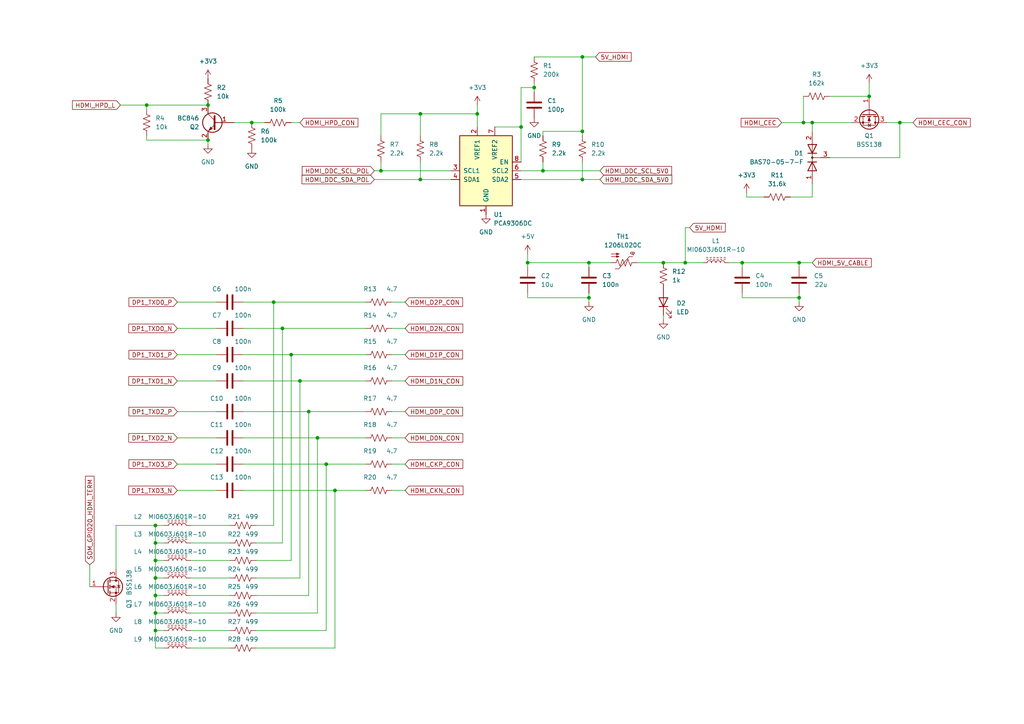
<source format=kicad_sch>
(kicad_sch (version 20230121) (generator eeschema)
  (paper "A4")
  (lib_symbols
    (symbol "Device:C" (pin_numbers hide) (pin_names (offset 0.254))
      (property "Reference" "C" (at 0.635 2.54 0))
      (property "Value" "C" (at 0.635 -2.54 0))
      (symbol "C_0_1"
        (polyline (pts (xy -2.032 -0.762) (xy 2.032 -0.762)) (stroke (width 0.508)))
        (polyline (pts (xy -2.032 0.762) (xy 2.032 0.762)) (stroke (width 0.508)))
      )
      (symbol "C_1_1"
        (pin passive line (at 0 3.81 270) (length 2.794) (name "~") (number "1"))
        (pin passive line (at 0 -3.81 90) (length 2.794) (name "~") (number "2"))
      )
    )
    (symbol "Device:LED" (pin_numbers hide) (pin_names (offset 1.016) hide)
      (property "Reference" "D" (at 0 2.54 0))
      (property "Value" "LED" (at 0 -2.54 0))
      (symbol "LED_0_1"
        (polyline (pts (xy -1.27 -1.27) (xy -1.27 1.27)) (stroke (width 0.254)))
        (polyline (pts (xy -1.27 0) (xy 1.27 0)))
        (polyline (pts (xy 1.27 -1.27) (xy 1.27 1.27) (xy -1.27 0) (xy 1.27 -1.27)) (stroke (width 0.254)))
        (polyline (pts (xy -3.048 -0.762) (xy -4.572 -2.286) (xy -3.81 -2.286) (xy -4.572 -2.286) (xy -4.572 -1.524)))
        (polyline (pts (xy -1.778 -0.762) (xy -3.302 -2.286) (xy -2.54 -2.286) (xy -3.302 -2.286) (xy -3.302 -1.524)))
      )
      (symbol "LED_1_1"
        (pin passive line (at -3.81 0 0) (length 2.54) (name "K") (number "1"))
        (pin passive line (at 3.81 0 180) (length 2.54) (name "A") (number "2"))
      )
    )
    (symbol "Device:L_Ferrite" (pin_numbers hide) (pin_names (offset 1.016) hide)
      (property "Reference" "L" (at -1.27 0 90))
      (property "Value" "L_Ferrite" (at 2.794 0 90))
      (symbol "L_Ferrite_0_1"
        (arc (start 0 -2.54) (mid 0.6323 -1.905) (end 0 -1.27))
        (arc (start 0 -1.27) (mid 0.6323 -0.635) (end 0 0))
        (polyline (pts (xy 1.016 -2.794) (xy 1.016 -2.286)))
        (polyline (pts (xy 1.016 -1.778) (xy 1.016 -1.27)))
        (polyline (pts (xy 1.016 -0.762) (xy 1.016 -0.254)))
        (polyline (pts (xy 1.016 0.254) (xy 1.016 0.762)))
        (polyline (pts (xy 1.016 1.27) (xy 1.016 1.778)))
        (polyline (pts (xy 1.016 2.286) (xy 1.016 2.794)))
        (polyline (pts (xy 1.524 -2.286) (xy 1.524 -2.794)))
        (polyline (pts (xy 1.524 -1.27) (xy 1.524 -1.778)))
        (polyline (pts (xy 1.524 -0.254) (xy 1.524 -0.762)))
        (polyline (pts (xy 1.524 0.762) (xy 1.524 0.254)))
        (polyline (pts (xy 1.524 1.778) (xy 1.524 1.27)))
        (polyline (pts (xy 1.524 2.794) (xy 1.524 2.286)))
        (arc (start 0 0) (mid 0.6323 0.635) (end 0 1.27))
        (arc (start 0 1.27) (mid 0.6323 1.905) (end 0 2.54))
      )
      (symbol "L_Ferrite_1_1"
        (pin passive line (at 0 3.81 270) (length 1.27) (name "1") (number "1"))
        (pin passive line (at 0 -3.81 90) (length 1.27) (name "2") (number "2"))
      )
    )
    (symbol "Device:R_US" (pin_numbers hide) (pin_names (offset 0))
      (property "Reference" "R" (at 2.54 0 90))
      (property "Value" "R_US" (at -2.54 0 90))
      (symbol "R_US_0_1"
        (polyline (pts (xy 0 -2.286) (xy 0 -2.54)))
        (polyline (pts (xy 0 2.286) (xy 0 2.54)))
        (polyline (pts (xy 0 -0.762) (xy 1.016 -1.143) (xy 0 -1.524) (xy -1.016 -1.905) (xy 0 -2.286)))
        (polyline (pts (xy 0 0.762) (xy 1.016 0.381) (xy 0 0) (xy -1.016 -0.381) (xy 0 -0.762)))
        (polyline (pts (xy 0 2.286) (xy 1.016 1.905) (xy 0 1.524) (xy -1.016 1.143) (xy 0 0.762)))
      )
      (symbol "R_US_1_1"
        (pin passive line (at 0 3.81 270) (length 1.27) (name "~") (number "1"))
        (pin passive line (at 0 -3.81 90) (length 1.27) (name "~") (number "2"))
      )
    )
    (symbol "Device:Thermistor_PTC_US" (pin_numbers hide) (pin_names (offset 0))
      (property "Reference" "TH" (at -4.064 0 90))
      (property "Value" "Thermistor_PTC_US" (at 3.048 0 90))
      (symbol "Thermistor_PTC_US_0_1"
        (arc (start -3.048 2.159) (mid -3.0495 2.3143) (end -3.175 2.413))
        (arc (start -3.048 2.159) (mid -2.9736 1.9794) (end -2.794 1.905))
        (arc (start -3.048 2.794) (mid -2.9736 2.6144) (end -2.794 2.54))
        (arc (start -2.794 1.905) (mid -2.6144 1.9794) (end -2.54 2.159))
        (arc (start -2.794 2.54) (mid -2.4393 2.5587) (end -2.159 2.794))
        (arc (start -2.794 3.048) (mid -2.9736 2.9736) (end -3.048 2.794))
        (arc (start -2.54 2.794) (mid -2.6144 2.9736) (end -2.794 3.048))
        (polyline (pts (xy -2.54 2.159) (xy -2.54 2.794)))
        (polyline (pts (xy 0 -2.286) (xy 0 -2.54)))
        (polyline (pts (xy 0 2.286) (xy 0 2.54)))
        (polyline (pts (xy -1.778 2.54) (xy -1.778 1.524) (xy 1.778 -1.524) (xy 1.778 -2.54)))
        (polyline (pts (xy 0 -0.762) (xy 1.016 -1.143) (xy 0 -1.524) (xy -1.016 -1.905) (xy 0 -2.286)))
        (polyline (pts (xy 0 0.762) (xy 1.016 0.381) (xy 0 0) (xy -1.016 -0.381) (xy 0 -0.762)))
        (polyline (pts (xy 0 2.286) (xy 1.016 1.905) (xy 0 1.524) (xy -1.016 1.143) (xy 0 0.762)))
        (polyline (pts (xy -2.54 -3.683) (xy -2.54 -1.397) (xy -2.794 -2.159) (xy -2.286 -2.159) (xy -2.54 -1.397) (xy -2.54 -1.651)) (fill (type outline)))
        (polyline (pts (xy -1.778 -3.683) (xy -1.778 -1.397) (xy -2.032 -2.159) (xy -1.524 -2.159) (xy -1.778 -1.397) (xy -1.778 -1.651)) (fill (type outline)))
      )
      (symbol "Thermistor_PTC_US_1_1"
        (pin passive line (at 0 3.81 270) (length 1.27) (name "~") (number "1"))
        (pin passive line (at 0 -3.81 90) (length 1.27) (name "~") (number "2"))
      )
    )
    (symbol "Diode:BAV70" (pin_names hide)
      (property "Reference" "D" (at 0.635 -2.54 0))
      (property "Value" "BAV70" (at 0 2.54 0))
      (symbol "BAV70_0_1"
        (polyline (pts (xy -3.81 0) (xy 3.81 0)))
        (polyline (pts (xy 0 0) (xy 0 -2.54)))
        (polyline (pts (xy -1.27 -1.27) (xy -1.27 1.27) (xy -1.27 1.27)) (stroke (width 0.254)))
        (polyline (pts (xy 1.27 -1.27) (xy 1.27 1.27) (xy 1.27 1.27)) (stroke (width 0.254)))
        (polyline (pts (xy -3.81 1.27) (xy -1.27 0) (xy -3.81 -1.27) (xy -3.81 1.27) (xy -3.81 1.27) (xy -3.81 1.27)) (stroke (width 0.254)))
        (polyline (pts (xy 3.81 -1.27) (xy 1.27 0) (xy 3.81 1.27) (xy 3.81 -1.27) (xy 3.81 -1.27) (xy 3.81 -1.27)) (stroke (width 0.254)))
        (circle (center 0 0) (radius 0.254) (fill (type outline)))
        (pin passive line (at -7.62 0 0) (length 3.81) (name "A") (number "1"))
        (pin passive line (at 7.62 0 180) (length 3.81) (name "A") (number "2"))
        (pin passive line (at 0 -5.08 90) (length 2.54) (name "K") (number "3"))
      )
    )
    (symbol "Interface:PCA9306DC" (pin_names (offset 1.016))
      (property "Reference" "U" (at -7.62 11.43 0))
      (property "Value" "PCA9306DC" (at 3.81 11.43 0))
      (symbol "PCA9306DC_0_1"
        (rectangle (start -7.62 10.16) (end 7.62 -10.16) (stroke (width 0.254)) (fill (type background)))
      )
      (symbol "PCA9306DC_1_1"
        (pin power_in line (at 0 -12.7 90) (length 2.54) (name "GND") (number "1"))
        (pin power_in line (at -2.54 12.7 270) (length 2.54) (name "VREF1") (number "2"))
        (pin bidirectional line (at -10.16 0 0) (length 2.54) (name "SCL1") (number "3"))
        (pin bidirectional line (at -10.16 -2.54 0) (length 2.54) (name "SDA1") (number "4"))
        (pin bidirectional line (at 10.16 -2.54 180) (length 2.54) (name "SDA2") (number "5"))
        (pin bidirectional line (at 10.16 0 180) (length 2.54) (name "SCL2") (number "6"))
        (pin power_in line (at 2.54 12.7 270) (length 2.54) (name "VREF2") (number "7"))
        (pin input line (at 10.16 2.54 180) (length 2.54) (name "EN") (number "8"))
      )
    )
    (symbol "Transistor_BJT:BC846" (pin_names (offset 0) hide)
      (property "Reference" "Q" (at 5.08 1.905 0))
      (property "Value" "BC846" (at 5.08 0 0))
      (symbol "BC846_0_1"
        (polyline (pts (xy 0.635 0.635) (xy 2.54 2.54)))
        (polyline (pts (xy 0.635 -0.635) (xy 2.54 -2.54) (xy 2.54 -2.54)))
        (polyline (pts (xy 0.635 1.905) (xy 0.635 -1.905) (xy 0.635 -1.905)) (stroke (width 0.508)))
        (polyline (pts (xy 1.27 -1.778) (xy 1.778 -1.27) (xy 2.286 -2.286) (xy 1.27 -1.778) (xy 1.27 -1.778)) (fill (type outline)))
        (circle (center 1.27 0) (radius 2.8194) (stroke (width 0.254)))
      )
      (symbol "BC846_1_1"
        (pin input line (at -5.08 0 0) (length 5.715) (name "B") (number "1"))
        (pin passive line (at 2.54 -5.08 90) (length 2.54) (name "E") (number "2"))
        (pin passive line (at 2.54 5.08 270) (length 2.54) (name "C") (number "3"))
      )
    )
    (symbol "Transistor_FET:DMN10H220L" (pin_names hide)
      (property "Reference" "Q" (at 5.08 1.905 0))
      (property "Value" "DMN10H220L" (at 5.08 0 0))
      (symbol "DMN10H220L_0_1"
        (polyline (pts (xy 0.254 0) (xy -2.54 0)))
        (polyline (pts (xy 0.254 1.905) (xy 0.254 -1.905)) (stroke (width 0.254)))
        (polyline (pts (xy 0.762 -1.27) (xy 0.762 -2.286)) (stroke (width 0.254)))
        (polyline (pts (xy 0.762 0.508) (xy 0.762 -0.508)) (stroke (width 0.254)))
        (polyline (pts (xy 0.762 2.286) (xy 0.762 1.27)) (stroke (width 0.254)))
        (polyline (pts (xy 2.54 2.54) (xy 2.54 1.778)))
        (polyline (pts (xy 2.54 -2.54) (xy 2.54 0) (xy 0.762 0)))
        (polyline (pts (xy 0.762 -1.778) (xy 3.302 -1.778) (xy 3.302 1.778) (xy 0.762 1.778)))
        (polyline (pts (xy 1.016 0) (xy 2.032 0.381) (xy 2.032 -0.381) (xy 1.016 0)) (fill (type outline)))
        (polyline (pts (xy 2.794 0.508) (xy 2.921 0.381) (xy 3.683 0.381) (xy 3.81 0.254)))
        (polyline (pts (xy 3.302 0.381) (xy 2.921 -0.254) (xy 3.683 -0.254) (xy 3.302 0.381)))
        (circle (center 1.651 0) (radius 2.794) (stroke (width 0.254)))
        (circle (center 2.54 -1.778) (radius 0.254) (fill (type outline)))
        (circle (center 2.54 1.778) (radius 0.254) (fill (type outline)))
      )
      (symbol "DMN10H220L_1_1"
        (pin input line (at -5.08 0 0) (length 2.54) (name "G") (number "1"))
        (pin passive line (at 2.54 -5.08 90) (length 2.54) (name "S") (number "2"))
        (pin passive line (at 2.54 5.08 270) (length 2.54) (name "D") (number "3"))
      )
    )
    (symbol "power:+3V3" (power) (pin_names (offset 0))
      (property "Value" "+3V3" (at 0 3.556 0))
      (symbol "+3V3_0_1"
        (polyline (pts (xy -0.762 1.27) (xy 0 2.54)))
        (polyline (pts (xy 0 0) (xy 0 2.54)))
        (polyline (pts (xy 0 2.54) (xy 0.762 1.27)))
      )
      (symbol "+3V3_1_1"
        (pin power_in line (at 0 0 90) (length 0) hide (name "+3V3") (number "1"))
      )
    )
    (symbol "power:+5V" (power) (pin_names (offset 0))
      (property "Value" "+5V" (at 0 3.556 0))
      (symbol "+5V_0_1"
        (polyline (pts (xy -0.762 1.27) (xy 0 2.54)))
        (polyline (pts (xy 0 0) (xy 0 2.54)))
        (polyline (pts (xy 0 2.54) (xy 0.762 1.27)))
      )
      (symbol "+5V_1_1"
        (pin power_in line (at 0 0 90) (length 0) hide (name "+5V") (number "1"))
      )
    )
    (symbol "power:GND" (power) (pin_names (offset 0))
      (property "Value" "GND" (at 0 -3.81 0))
      (symbol "GND_0_1"
        (polyline (pts (xy 0 0) (xy 0 -1.27) (xy 1.27 -1.27) (xy 0 -2.54) (xy -1.27 -1.27) (xy 0 -1.27)))
      )
      (symbol "GND_1_1"
        (pin power_in line (at 0 0 270) (length 0) hide (name "GND") (number "1"))
      )
    )
  )
  (junction (at 45.085 172.72))
  (junction (at 79.375 87.63))
  (junction (at 168.91 52.07))
  (junction (at 81.915 95.25))
  (junction (at 235.585 35.56))
  (junction (at 45.085 152.4))
  (junction (at 252.095 27.94))
  (junction (at 168.91 16.51))
  (junction (at 60.325 30.48))
  (junction (at 92.075 127))
  (junction (at 86.995 110.49))
  (junction (at 153.035 76.2))
  (junction (at 151.13 36.83))
  (junction (at 170.815 76.2))
  (junction (at 121.92 33.02))
  (junction (at 231.775 86.36))
  (junction (at 121.92 52.07))
  (junction (at 192.405 76.2))
  (junction (at 260.985 35.56))
  (junction (at 97.155 142.24))
  (junction (at 84.455 102.87))
  (junction (at 138.43 33.02))
  (junction (at 45.085 162.56))
  (junction (at 42.545 30.48))
  (junction (at 170.815 86.36))
  (junction (at 45.085 177.8))
  (junction (at 168.91 38.1))
  (junction (at 89.535 119.38))
  (junction (at 154.94 25.4))
  (junction (at 215.265 76.2))
  (junction (at 45.085 157.48))
  (junction (at 110.49 49.53))
  (junction (at 45.085 182.88))
  (junction (at 73.025 35.56))
  (junction (at 60.325 40.64))
  (junction (at 233.045 35.56))
  (junction (at 94.615 134.62))
  (junction (at 45.085 167.64))
  (junction (at 198.755 76.2))
  (junction (at 157.48 49.53))
  (junction (at 231.775 76.2))
  (wire (pts (xy 45.085 182.88) (xy 47.625 182.88)))
  (wire (pts (xy 113.665 142.24) (xy 117.475 142.24)))
  (wire (pts (xy 51.435 102.87) (xy 62.865 102.87)))
  (wire (pts (xy 45.085 182.88) (xy 45.085 177.8)))
  (wire (pts (xy 51.435 110.49) (xy 62.865 110.49)))
  (wire (pts (xy 170.815 76.2) (xy 153.035 76.2)))
  (wire (pts (xy 51.435 142.24) (xy 62.865 142.24)))
  (wire (pts (xy 45.085 177.8) (xy 45.085 172.72)))
  (wire (pts (xy 55.245 152.4) (xy 66.675 152.4)))
  (wire (pts (xy 121.92 33.02) (xy 138.43 33.02)))
  (wire (pts (xy 110.49 33.02) (xy 121.92 33.02)))
  (wire (pts (xy 110.49 46.99) (xy 110.49 49.53)))
  (wire (pts (xy 51.435 119.38) (xy 62.865 119.38)))
  (wire (pts (xy 260.985 35.56) (xy 257.175 35.56)))
  (wire (pts (xy 117.475 95.25) (xy 113.665 95.25)))
  (wire (pts (xy 34.925 30.48) (xy 42.545 30.48)))
  (wire (pts (xy 231.775 76.2) (xy 231.775 77.47)))
  (wire (pts (xy 252.095 24.13) (xy 252.095 27.94)))
  (wire (pts (xy 168.91 52.07) (xy 151.13 52.07)))
  (wire (pts (xy 70.485 110.49) (xy 86.995 110.49)))
  (wire (pts (xy 55.245 182.88) (xy 66.675 182.88)))
  (wire (pts (xy 70.485 95.25) (xy 81.915 95.25)))
  (wire (pts (xy 233.045 27.94) (xy 233.045 35.56)))
  (wire (pts (xy 70.485 102.87) (xy 84.455 102.87)))
  (wire (pts (xy 45.085 167.64) (xy 45.085 162.56)))
  (wire (pts (xy 70.485 119.38) (xy 89.535 119.38)))
  (wire (pts (xy 55.245 167.64) (xy 66.675 167.64)))
  (wire (pts (xy 168.91 38.1) (xy 168.91 39.37)))
  (wire (pts (xy 151.13 25.4) (xy 151.13 36.83)))
  (wire (pts (xy 157.48 49.53) (xy 151.13 49.53)))
  (wire (pts (xy 154.94 25.4) (xy 154.94 26.67)))
  (wire (pts (xy 55.245 172.72) (xy 66.675 172.72)))
  (wire (pts (xy 260.985 45.72) (xy 260.985 35.56)))
  (wire (pts (xy 51.435 87.63) (xy 62.865 87.63)))
  (wire (pts (xy 157.48 38.1) (xy 157.48 39.37)))
  (wire (pts (xy 74.295 167.64) (xy 86.995 167.64)))
  (wire (pts (xy 154.94 16.51) (xy 168.91 16.51)))
  (wire (pts (xy 73.025 35.56) (xy 76.835 35.56)))
  (wire (pts (xy 86.995 110.49) (xy 106.045 110.49)))
  (wire (pts (xy 45.085 172.72) (xy 45.085 167.64)))
  (wire (pts (xy 192.405 76.2) (xy 198.755 76.2)))
  (wire (pts (xy 51.435 134.62) (xy 62.865 134.62)))
  (wire (pts (xy 153.035 86.36) (xy 170.815 86.36)))
  (wire (pts (xy 215.265 77.47) (xy 215.265 76.2)))
  (wire (pts (xy 42.545 30.48) (xy 60.325 30.48)))
  (wire (pts (xy 231.775 86.36) (xy 231.775 87.63)))
  (wire (pts (xy 45.085 152.4) (xy 33.655 152.4)))
  (wire (pts (xy 74.295 162.56) (xy 84.455 162.56)))
  (wire (pts (xy 240.665 27.94) (xy 252.095 27.94)))
  (wire (pts (xy 154.94 24.13) (xy 154.94 25.4)))
  (wire (pts (xy 55.245 157.48) (xy 66.675 157.48)))
  (wire (pts (xy 55.245 187.96) (xy 66.675 187.96)))
  (wire (pts (xy 45.085 172.72) (xy 47.625 172.72)))
  (wire (pts (xy 26.035 163.83) (xy 26.035 170.18)))
  (wire (pts (xy 45.085 167.64) (xy 47.625 167.64)))
  (wire (pts (xy 153.035 86.36) (xy 153.035 85.09)))
  (wire (pts (xy 235.585 35.56) (xy 235.585 38.1)))
  (wire (pts (xy 117.475 119.38) (xy 113.665 119.38)))
  (wire (pts (xy 84.455 35.56) (xy 86.995 35.56)))
  (wire (pts (xy 173.99 52.07) (xy 168.91 52.07)))
  (wire (pts (xy 168.91 46.99) (xy 168.91 52.07)))
  (wire (pts (xy 81.915 95.25) (xy 106.045 95.25)))
  (wire (pts (xy 42.545 31.75) (xy 42.545 30.48)))
  (wire (pts (xy 74.295 172.72) (xy 89.535 172.72)))
  (wire (pts (xy 45.085 177.8) (xy 47.625 177.8)))
  (wire (pts (xy 97.155 142.24) (xy 106.045 142.24)))
  (wire (pts (xy 60.325 41.91) (xy 60.325 40.64)))
  (wire (pts (xy 94.615 134.62) (xy 106.045 134.62)))
  (wire (pts (xy 45.085 187.96) (xy 45.085 182.88)))
  (wire (pts (xy 94.615 182.88) (xy 94.615 134.62)))
  (wire (pts (xy 170.815 77.47) (xy 170.815 76.2)))
  (wire (pts (xy 216.535 57.15) (xy 216.535 55.88)))
  (wire (pts (xy 110.49 49.53) (xy 130.81 49.53)))
  (wire (pts (xy 70.485 87.63) (xy 79.375 87.63)))
  (wire (pts (xy 45.085 152.4) (xy 47.625 152.4)))
  (wire (pts (xy 70.485 127) (xy 92.075 127)))
  (wire (pts (xy 247.015 35.56) (xy 235.585 35.56)))
  (wire (pts (xy 92.075 177.8) (xy 92.075 127)))
  (wire (pts (xy 117.475 134.62) (xy 113.665 134.62)))
  (wire (pts (xy 184.785 76.2) (xy 192.405 76.2)))
  (wire (pts (xy 157.48 38.1) (xy 168.91 38.1)))
  (wire (pts (xy 74.295 157.48) (xy 81.915 157.48)))
  (wire (pts (xy 198.755 66.04) (xy 198.755 76.2)))
  (wire (pts (xy 55.245 162.56) (xy 66.675 162.56)))
  (wire (pts (xy 45.085 157.48) (xy 47.625 157.48)))
  (wire (pts (xy 74.295 187.96) (xy 97.155 187.96)))
  (wire (pts (xy 117.475 110.49) (xy 113.665 110.49)))
  (wire (pts (xy 151.13 46.99) (xy 151.13 36.83)))
  (wire (pts (xy 153.035 73.66) (xy 153.035 76.2)))
  (wire (pts (xy 79.375 152.4) (xy 79.375 87.63)))
  (wire (pts (xy 74.295 152.4) (xy 79.375 152.4)))
  (wire (pts (xy 84.455 102.87) (xy 106.045 102.87)))
  (wire (pts (xy 221.615 57.15) (xy 216.535 57.15)))
  (wire (pts (xy 42.545 39.37) (xy 42.545 40.64)))
  (wire (pts (xy 51.435 95.25) (xy 62.865 95.25)))
  (wire (pts (xy 45.085 162.56) (xy 47.625 162.56)))
  (wire (pts (xy 33.655 152.4) (xy 33.655 165.1)))
  (wire (pts (xy 168.91 16.51) (xy 168.91 38.1)))
  (wire (pts (xy 151.13 36.83) (xy 143.51 36.83)))
  (wire (pts (xy 173.99 49.53) (xy 157.48 49.53)))
  (wire (pts (xy 200.025 66.04) (xy 198.755 66.04)))
  (wire (pts (xy 235.585 57.15) (xy 229.235 57.15)))
  (wire (pts (xy 89.535 119.38) (xy 106.045 119.38)))
  (wire (pts (xy 81.915 157.48) (xy 81.915 95.25)))
  (wire (pts (xy 67.945 35.56) (xy 73.025 35.56)))
  (wire (pts (xy 108.585 52.07) (xy 121.92 52.07)))
  (wire (pts (xy 240.665 45.72) (xy 260.985 45.72)))
  (wire (pts (xy 215.265 76.2) (xy 231.775 76.2)))
  (wire (pts (xy 231.775 86.36) (xy 215.265 86.36)))
  (wire (pts (xy 70.485 142.24) (xy 97.155 142.24)))
  (wire (pts (xy 121.92 52.07) (xy 130.81 52.07)))
  (wire (pts (xy 51.435 127) (xy 62.865 127)))
  (wire (pts (xy 97.155 187.96) (xy 97.155 142.24)))
  (wire (pts (xy 121.92 33.02) (xy 121.92 39.37)))
  (wire (pts (xy 172.72 16.51) (xy 168.91 16.51)))
  (wire (pts (xy 231.775 85.09) (xy 231.775 86.36)))
  (wire (pts (xy 170.815 86.36) (xy 170.815 85.09)))
  (wire (pts (xy 74.295 182.88) (xy 94.615 182.88)))
  (wire (pts (xy 89.535 172.72) (xy 89.535 119.38)))
  (wire (pts (xy 154.94 25.4) (xy 151.13 25.4)))
  (wire (pts (xy 192.405 92.71) (xy 192.405 91.44)))
  (wire (pts (xy 84.455 162.56) (xy 84.455 102.87)))
  (wire (pts (xy 153.035 76.2) (xy 153.035 77.47)))
  (wire (pts (xy 138.43 30.48) (xy 138.43 33.02)))
  (wire (pts (xy 74.295 177.8) (xy 92.075 177.8)))
  (wire (pts (xy 157.48 46.99) (xy 157.48 49.53)))
  (wire (pts (xy 215.265 86.36) (xy 215.265 85.09)))
  (wire (pts (xy 47.625 187.96) (xy 45.085 187.96)))
  (wire (pts (xy 138.43 33.02) (xy 138.43 36.83)))
  (wire (pts (xy 170.815 86.36) (xy 170.815 87.63)))
  (wire (pts (xy 45.085 162.56) (xy 45.085 157.48)))
  (wire (pts (xy 231.775 76.2) (xy 235.585 76.2)))
  (wire (pts (xy 92.075 127) (xy 106.045 127)))
  (wire (pts (xy 226.695 35.56) (xy 233.045 35.56)))
  (wire (pts (xy 45.085 157.48) (xy 45.085 152.4)))
  (wire (pts (xy 42.545 40.64) (xy 60.325 40.64)))
  (wire (pts (xy 117.475 102.87) (xy 113.665 102.87)))
  (wire (pts (xy 170.815 76.2) (xy 177.165 76.2)))
  (wire (pts (xy 55.245 177.8) (xy 66.675 177.8)))
  (wire (pts (xy 110.49 39.37) (xy 110.49 33.02)))
  (wire (pts (xy 33.655 175.26) (xy 33.655 177.8)))
  (wire (pts (xy 235.585 53.34) (xy 235.585 57.15)))
  (wire (pts (xy 211.455 76.2) (xy 215.265 76.2)))
  (wire (pts (xy 198.755 76.2) (xy 203.835 76.2)))
  (wire (pts (xy 117.475 87.63) (xy 113.665 87.63)))
  (wire (pts (xy 121.92 46.99) (xy 121.92 52.07)))
  (wire (pts (xy 86.995 167.64) (xy 86.995 110.49)))
  (wire (pts (xy 70.485 134.62) (xy 94.615 134.62)))
  (wire (pts (xy 260.985 35.56) (xy 264.795 35.56)))
  (wire (pts (xy 79.375 87.63) (xy 106.045 87.63)))
  (wire (pts (xy 233.045 35.56) (xy 235.585 35.56)))
  (wire (pts (xy 117.475 127) (xy 113.665 127)))
  (wire (pts (xy 108.585 49.53) (xy 110.49 49.53)))
  (global_label "HDMI_DDC_SDA_5V0" (shape input) (at 173.99 52.07 0) (property "Intersheetrefs" "${INTERSHEET_REFS}" (effects hide)))
  (global_label "DP1_TXD1_P" (shape input) (at 51.435 102.87 180) (property "Intersheetrefs" "${INTERSHEET_REFS}" (effects hide)))
  (global_label "SOM_GPIO20_HDMI_TERM" (shape input) (at 26.035 163.83 90) (property "Intersheetrefs" "${INTERSHEET_REFS}" (effects hide)))
  (global_label "HDMI_DDC_SCL_5V0" (shape input) (at 173.99 49.53 0) (property "Intersheetrefs" "${INTERSHEET_REFS}" (effects hide)))
  (global_label "HDMI_5V_CABLE" (shape input) (at 235.585 76.2 0) (property "Intersheetrefs" "${INTERSHEET_REFS}" (effects hide)))
  (global_label "HDMI_HPD_L" (shape input) (at 34.925 30.48 180) (property "Intersheetrefs" "${INTERSHEET_REFS}" (effects hide)))
  (global_label "HDMI_DDC_SCL_POL" (shape input) (at 108.585 49.53 180) (property "Intersheetrefs" "${INTERSHEET_REFS}" (effects hide)))
  (global_label "HDMI_D2N_CON" (shape input) (at 117.475 95.25 0) (property "Intersheetrefs" "${INTERSHEET_REFS}" (effects hide)))
  (global_label "HDMI_D1N_CON" (shape input) (at 117.475 110.49 0) (property "Intersheetrefs" "${INTERSHEET_REFS}" (effects hide)))
  (global_label "DP1_TXD2_N" (shape input) (at 51.435 127 180) (property "Intersheetrefs" "${INTERSHEET_REFS}" (effects hide)))
  (global_label "HDMI_CEC_CON" (shape input) (at 264.795 35.56 0) (property "Intersheetrefs" "${INTERSHEET_REFS}" (effects hide)))
  (global_label "HDMI_D2P_CON" (shape input) (at 117.475 87.63 0) (property "Intersheetrefs" "${INTERSHEET_REFS}" (effects hide)))
  (global_label "HDMI_CKP_CON" (shape input) (at 117.475 134.62 0) (property "Intersheetrefs" "${INTERSHEET_REFS}" (effects hide)))
  (global_label "DP1_TXD0_P" (shape input) (at 51.435 87.63 180) (property "Intersheetrefs" "${INTERSHEET_REFS}" (effects hide)))
  (global_label "HDMI_CEC" (shape input) (at 226.695 35.56 180) (property "Intersheetrefs" "${INTERSHEET_REFS}" (effects hide)))
  (global_label "HDMI_D1P_CON" (shape input) (at 117.475 102.87 0) (property "Intersheetrefs" "${INTERSHEET_REFS}" (effects hide)))
  (global_label "HDMI_CKN_CON" (shape input) (at 117.475 142.24 0) (property "Intersheetrefs" "${INTERSHEET_REFS}" (effects hide)))
  (global_label "5V_HDMI" (shape input) (at 200.025 66.04 0) (property "Intersheetrefs" "${INTERSHEET_REFS}" (effects hide)))
  (global_label "HDMI_HPD_CON" (shape input) (at 86.995 35.56 0) (property "Intersheetrefs" "${INTERSHEET_REFS}" (effects hide)))
  (global_label "HDMI_D0P_CON" (shape input) (at 117.475 119.38 0) (property "Intersheetrefs" "${INTERSHEET_REFS}" (effects hide)))
  (global_label "HDMI_DDC_SDA_POL" (shape input) (at 108.585 52.07 180) (property "Intersheetrefs" "${INTERSHEET_REFS}" (effects hide)))
  (global_label "DP1_TXD1_N" (shape input) (at 51.435 110.49 180) (property "Intersheetrefs" "${INTERSHEET_REFS}" (effects hide)))
  (global_label "DP1_TXD0_N" (shape input) (at 51.435 95.25 180) (property "Intersheetrefs" "${INTERSHEET_REFS}" (effects hide)))
  (global_label "DP1_TXD3_N" (shape input) (at 51.435 142.24 180) (property "Intersheetrefs" "${INTERSHEET_REFS}" (effects hide)))
  (global_label "5V_HDMI" (shape input) (at 172.72 16.51 0) (property "Intersheetrefs" "${INTERSHEET_REFS}" (effects hide)))
  (global_label "HDMI_D0N_CON" (shape input) (at 117.475 127 0) (property "Intersheetrefs" "${INTERSHEET_REFS}" (effects hide)))
  (global_label "DP1_TXD3_P" (shape input) (at 51.435 134.62 180) (property "Intersheetrefs" "${INTERSHEET_REFS}" (effects hide)))
  (global_label "DP1_TXD2_P" (shape input) (at 51.435 119.38 180) (property "Intersheetrefs" "${INTERSHEET_REFS}" (effects hide)))
  (symbol (lib_id "Device:L_Ferrite") (at 51.435 187.96 90) (unit 1)
    (property "Reference" "L9" (at 40.005 185.42 90))
    (property "Value" "MI0603J601R-10" (at 51.435 185.42 90))
    (property "Footprint" "Inductor_SMD:L_0603_1608Metric" (effects hide))
  )
  (symbol (lib_id "Device:L_Ferrite") (at 51.435 157.48 90) (unit 1)
    (property "Reference" "L3" (at 40.005 154.94 90))
    (property "Value" "MI0603J601R-10" (at 51.435 154.94 90))
    (property "Footprint" "Inductor_SMD:L_0603_1608Metric" (effects hide))
  )
  (symbol (lib_id "Transistor_BJT:BC846") (at 62.865 35.56 0) (mirror y) (unit 1)
    (property "Reference" "Q2" (at 57.785 36.83 0) (effects (justify left)))
    (property "Value" "BC846" (at 57.785 34.29 0) (effects (justify left)))
    (property "Footprint" "Package_TO_SOT_SMD:SOT-23" (effects hide))
    (property "Datasheet" "https://assets.nexperia.com/documents/data-sheet/BC846_SER.pdf" (effects hide))
    (instances (project "tegra_projectm_front" (path "" (reference "Q2") (unit 1))) (project "tegra_carrier" (path "" (reference "Q1") (unit 1))))
  )
  (symbol (lib_id "Device:R_US") (at 168.91 43.18 0) (unit 1)
    (property "Reference" "R10" (at 171.45 41.91 0) (effects (justify left)))
    (property "Value" "2.2k" (at 171.45 44.45 0) (effects (justify left)))
    (property "Footprint" "Resistor_SMD:R_0603_1608Metric" (effects hide))
    (instances (project "tegra_projectm_front" (path "" (reference "R10") (unit 1))) (project "tegra_carrier" (path "" (reference "R16") (unit 1))))
  )
  (symbol (lib_id "Device:C") (at 66.675 119.38 90) (unit 1)
    (property "Reference" "C10" (at 62.865 115.57 90))
    (property "Value" "100n" (at 70.485 115.57 90))
    (property "Footprint" "Capacitor_SMD:C_0603_1608Metric" (effects hide))
    (instances (project "tegra_projectm_front" (path "" (reference "C10") (unit 1))) (project "tegra_carrier" (path "" (reference "C32") (unit 1))))
  )
  (symbol (lib_id "Device:R_US") (at 109.855 102.87 90) (unit 1)
    (property "Reference" "R15" (at 107.315 99.06 90))
    (property "Value" "4.7" (at 113.665 99.06 90))
    (property "Footprint" "Resistor_SMD:R_0603_1608Metric" (effects hide))
    (instances (project "tegra_projectm_front" (path "" (reference "R15") (unit 1))) (project "tegra_carrier" (path "" (reference "R25") (unit 1))))
  )
  (symbol (lib_id "Device:C") (at 215.265 81.28 0) (unit 1)
    (property "Reference" "C4" (at 219.075 80.01 0) (effects (justify left)))
    (property "Value" "100n" (at 219.075 82.55 0) (effects (justify left)))
    (property "Footprint" "Capacitor_SMD:C_0603_1608Metric" (effects hide))
    (instances (project "tegra_projectm_front" (path "" (reference "C4") (unit 1))) (project "tegra_carrier" (path "" (reference "C25") (unit 1))))
  )
  (symbol (lib_id "Device:R_US") (at 42.545 35.56 0) (unit 1)
    (property "Reference" "R4" (at 45.085 34.29 0) (effects (justify left)))
    (property "Value" "10k" (at 45.085 36.83 0) (effects (justify left)))
    (property "Footprint" "Resistor_SMD:R_0603_1608Metric" (effects hide))
    (instances (project "tegra_projectm_front" (path "" (reference "R4") (unit 1))) (project "tegra_carrier" (path "" (reference "R6") (unit 1))))
  )
  (symbol (lib_id "Device:R_US") (at 157.48 43.18 0) (unit 1)
    (property "Reference" "R9" (at 160.02 41.91 0) (effects (justify left)))
    (property "Value" "2.2k" (at 160.02 44.45 0) (effects (justify left)))
    (property "Footprint" "Resistor_SMD:R_0603_1608Metric" (effects hide))
    (instances (project "tegra_projectm_front" (path "" (reference "R9") (unit 1))) (project "tegra_carrier" (path "" (reference "R15") (unit 1))))
  )
  (symbol (lib_id "power:+3V3") (at 138.43 30.48 0) (unit 1)
    (property "Reference" "#PWR03" (effects hide))
    (property "Value" "+3V3" (at 138.43 25.4 0))
    (instances (project "tegra_projectm_front" (path "" (reference "#PWR03") (unit 1))) (project "tegra_carrier" (path "" (reference "#PWR025") (unit 1))))
  )
  (symbol (lib_id "Device:R_US") (at 154.94 20.32 0) (unit 1)
    (property "Reference" "R1" (at 157.48 19.05 0) (effects (justify left)))
    (property "Value" "200k" (at 157.48 21.59 0) (effects (justify left)))
    (property "Footprint" "Resistor_SMD:R_0603_1608Metric" (effects hide))
    (instances (project "tegra_projectm_front" (path "" (reference "R1") (unit 1))) (project "tegra_carrier" (path "" (reference "R10") (unit 1))))
  )
  (symbol (lib_id "Device:C") (at 66.675 102.87 90) (unit 1)
    (property "Reference" "C8" (at 62.865 99.06 90))
    (property "Value" "100n" (at 70.485 99.06 90))
    (property "Footprint" "Capacitor_SMD:C_0603_1608Metric" (effects hide))
    (instances (project "tegra_projectm_front" (path "" (reference "C8") (unit 1))) (project "tegra_carrier" (path "" (reference "C30") (unit 1))))
  )
  (symbol (lib_id "power:GND") (at 33.655 177.8 0) (unit 1)
    (property "Reference" "#PWR015" (effects hide))
    (property "Value" "GND" (at 33.655 182.88 0))
    (instances (project "tegra_projectm_front" (path "" (reference "#PWR015") (unit 1))) (project "tegra_carrier" (path "" (reference "#PWR043") (unit 1))))
  )
  (symbol (lib_id "Device:R_US") (at 109.855 142.24 90) (unit 1)
    (property "Reference" "R20" (at 107.315 138.43 90))
    (property "Value" "4.7" (at 113.665 138.43 90))
    (property "Footprint" "Resistor_SMD:R_0603_1608Metric" (effects hide))
    (instances (project "tegra_projectm_front" (path "" (reference "R20") (unit 1))) (project "tegra_carrier" (path "" (reference "R30") (unit 1))))
  )
  (symbol (lib_id "Device:R_US") (at 60.325 26.67 0) (unit 1)
    (property "Reference" "R2" (at 62.865 25.4 0) (effects (justify left)))
    (property "Value" "10k" (at 62.865 27.94 0) (effects (justify left)))
    (property "Footprint" "Resistor_SMD:R_0603_1608Metric" (effects hide))
    (instances (project "tegra_projectm_front" (path "" (reference "R2") (unit 1))) (project "tegra_carrier" (path "" (reference "R4") (unit 1))))
  )
  (symbol (lib_id "Device:LED") (at 192.405 87.63 90) (unit 1)
    (property "Reference" "D2" (at 196.215 87.9475 90) (effects (justify right)))
    (property "Value" "LED" (at 196.215 90.4875 90) (effects (justify right)))
    (property "Footprint" "LED_SMD:LED_0603_1608Metric" (effects hide))
    (instances (project "tegra_projectm_front" (path "" (reference "D2") (unit 1))) (project "tegra_carrier" (path "" (reference "D6") (unit 1))))
  )
  (symbol (lib_id "Device:R_US") (at 70.485 187.96 90) (unit 1)
    (property "Reference" "R28" (at 67.945 185.42 90))
    (property "Value" "499" (at 73.025 185.42 90))
    (property "Footprint" "Resistor_SMD:R_0603_1608Metric" (effects hide))
    (instances (project "tegra_projectm_front" (path "" (reference "R28") (unit 1))) (project "tegra_carrier" (path "" (reference "R38") (unit 1))))
  )
  (symbol (lib_id "power:+3V3") (at 216.535 55.88 0) (unit 1)
    (property "Reference" "#PWR07" (effects hide))
    (property "Value" "+3V3" (at 216.535 50.8 0))
    (instances (project "tegra_projectm_front" (path "" (reference "#PWR07") (unit 1))) (project "tegra_carrier" (path "" (reference "#PWR030") (unit 1))))
  )
  (symbol (lib_id "Diode:BAV70") (at 235.585 45.72 90) (unit 1)
    (property "Reference" "D1" (at 233.045 44.45 90) (effects (justify left)))
    (property "Value" "BAS70-05-7-F" (at 233.045 46.99 90) (effects (justify left)))
    (property "Footprint" "Package_TO_SOT_SMD:SOT-23" (effects hide))
    (property "Datasheet" "https://assets.nexperia.com/documents/data-sheet/BAV70_SER.pdf" (effects hide))
    (instances (project "tegra_projectm_front" (path "" (reference "D1") (unit 1))) (project "tegra_carrier" (path "" (reference "D4") (unit 1))))
  )
  (symbol (lib_id "Device:R_US") (at 109.855 119.38 90) (unit 1)
    (property "Reference" "R17" (at 107.315 115.57 90))
    (property "Value" "4.7" (at 113.665 115.57 90))
    (property "Footprint" "Resistor_SMD:R_0603_1608Metric" (effects hide))
    (instances (project "tegra_projectm_front" (path "" (reference "R17") (unit 1))) (project "tegra_carrier" (path "" (reference "R27") (unit 1))))
  )
  (symbol (lib_id "Interface:PCA9306DC") (at 140.97 49.53 0) (unit 1)
    (property "Reference" "U1" (at 143.1641 62.23 0) (effects (justify left)))
    (property "Value" "PCA9306DC" (at 143.1641 64.77 0) (effects (justify left)))
    (property "Footprint" "Package_SO:VSSOP-8_2.3x2mm_P0.5mm" (effects hide))
    (property "Datasheet" "https://www.nxp.com/docs/en/data-sheet/PCA9306.pdf" (effects hide))
    (instances (project "tegra_projectm_front" (path "" (reference "U1") (unit 1))) (project "tegra_carrier" (path "" (reference "U3") (unit 1))))
  )
  (symbol (lib_id "power:+3V3") (at 60.325 22.86 0) (unit 1)
    (property "Reference" "#PWR01" (effects hide))
    (property "Value" "+3V3" (at 60.325 17.78 0))
    (instances (project "tegra_projectm_front" (path "" (reference "#PWR01") (unit 1))) (project "tegra_carrier" (path "" (reference "#PWR018") (unit 1))))
  )
  (symbol (lib_id "Device:R_US") (at 110.49 43.18 0) (unit 1)
    (property "Reference" "R7" (at 113.03 41.91 0) (effects (justify left)))
    (property "Value" "2.2k" (at 113.03 44.45 0) (effects (justify left)))
    (property "Footprint" "Resistor_SMD:R_0603_1608Metric" (effects hide))
    (instances (project "tegra_projectm_front" (path "" (reference "R7") (unit 1))) (project "tegra_carrier" (path "" (reference "R13") (unit 1))))
  )
  (symbol (lib_id "Device:R_US") (at 80.645 35.56 90) (unit 1)
    (property "Reference" "R5" (at 80.645 29.21 90))
    (property "Value" "100k" (at 80.645 31.75 90))
    (property "Footprint" "Resistor_SMD:R_0603_1608Metric" (effects hide))
    (instances (project "tegra_projectm_front" (path "" (reference "R5") (unit 1))) (project "tegra_carrier" (path "" (reference "R7") (unit 1))))
  )
  (symbol (lib_id "Device:C") (at 66.675 95.25 90) (unit 1)
    (property "Reference" "C7" (at 62.865 91.44 90))
    (property "Value" "100n" (at 70.485 91.44 90))
    (property "Footprint" "Capacitor_SMD:C_0603_1608Metric" (effects hide))
    (instances (project "tegra_projectm_front" (path "" (reference "C7") (unit 1))) (project "tegra_carrier" (path "" (reference "C29") (unit 1))))
  )
  (symbol (lib_id "Device:R_US") (at 73.025 39.37 0) (unit 1)
    (property "Reference" "R6" (at 75.565 38.1 0) (effects (justify left)))
    (property "Value" "100k" (at 75.565 40.64 0) (effects (justify left)))
    (property "Footprint" "Resistor_SMD:R_0603_1608Metric" (effects hide))
    (instances (project "tegra_projectm_front" (path "" (reference "R6") (unit 1))) (project "tegra_carrier" (path "" (reference "R9") (unit 1))))
  )
  (symbol (lib_id "power:GND") (at 192.405 92.71 0) (unit 1)
    (property "Reference" "#PWR012" (effects hide))
    (property "Value" "GND" (at 192.405 97.79 0))
    (instances (project "tegra_projectm_front" (path "" (reference "#PWR012") (unit 1))) (project "tegra_carrier" (path "" (reference "#PWR039") (unit 1))))
  )
  (symbol (lib_id "Device:R_US") (at 225.425 57.15 270) (unit 1)
    (property "Reference" "R11" (at 225.425 50.8 90))
    (property "Value" "31.6k" (at 225.425 53.34 90))
    (property "Footprint" "Resistor_SMD:R_0603_1608Metric" (effects hide))
    (instances (project "tegra_projectm_front" (path "" (reference "R11") (unit 1))) (project "tegra_carrier" (path "" (reference "R18") (unit 1))))
  )
  (symbol (lib_id "Device:C") (at 153.035 81.28 0) (unit 1)
    (property "Reference" "C2" (at 156.845 80.01 0) (effects (justify left)))
    (property "Value" "10u" (at 156.845 82.55 0) (effects (justify left)))
    (property "Footprint" "Capacitor_SMD:C_0603_1608Metric" (effects hide))
    (instances (project "tegra_projectm_front" (path "" (reference "C2") (unit 1))) (project "tegra_carrier" (path "" (reference "C23") (unit 1))))
  )
  (symbol (lib_id "Device:R_US") (at 70.485 152.4 90) (unit 1)
    (property "Reference" "R21" (at 67.945 149.86 90))
    (property "Value" "499" (at 73.025 149.86 90))
    (property "Footprint" "Resistor_SMD:R_0603_1608Metric" (effects hide))
    (instances (project "tegra_projectm_front" (path "" (reference "R21") (unit 1))) (project "tegra_carrier" (path "" (reference "R31") (unit 1))))
  )
  (symbol (lib_id "Device:R_US") (at 109.855 110.49 90) (unit 1)
    (property "Reference" "R16" (at 107.315 106.68 90))
    (property "Value" "4.7" (at 113.665 106.68 90))
    (property "Footprint" "Resistor_SMD:R_0603_1608Metric" (effects hide))
    (instances (project "tegra_projectm_front" (path "" (reference "R16") (unit 1))) (project "tegra_carrier" (path "" (reference "R26") (unit 1))))
  )
  (symbol (lib_id "power:GND") (at 154.94 34.29 0) (unit 1)
    (property "Reference" "#PWR04" (effects hide))
    (property "Value" "GND" (at 154.94 39.37 0))
    (instances (project "tegra_projectm_front" (path "" (reference "#PWR04") (unit 1))) (project "tegra_carrier" (path "" (reference "#PWR026") (unit 1))))
  )
  (symbol (lib_id "Device:R_US") (at 70.485 167.64 90) (unit 1)
    (property "Reference" "R24" (at 67.945 165.1 90))
    (property "Value" "499" (at 73.025 165.1 90))
    (property "Footprint" "Resistor_SMD:R_0603_1608Metric" (effects hide))
    (instances (project "tegra_projectm_front" (path "" (reference "R24") (unit 1))) (project "tegra_carrier" (path "" (reference "R34") (unit 1))))
  )
  (symbol (lib_id "Device:L_Ferrite") (at 51.435 167.64 90) (unit 1)
    (property "Reference" "L5" (at 40.005 165.1 90))
    (property "Value" "MI0603J601R-10" (at 51.435 165.1 90))
    (property "Footprint" "Inductor_SMD:L_0603_1608Metric" (effects hide))
  )
  (symbol (lib_id "Device:L_Ferrite") (at 51.435 152.4 90) (unit 1)
    (property "Reference" "L2" (at 40.005 149.86 90))
    (property "Value" "MI0603J601R-10" (at 51.435 149.86 90))
    (property "Footprint" "Inductor_SMD:L_0603_1608Metric" (effects hide))
  )
  (symbol (lib_id "Device:R_US") (at 70.485 157.48 90) (unit 1)
    (property "Reference" "R22" (at 67.945 154.94 90))
    (property "Value" "499" (at 73.025 154.94 90))
    (property "Footprint" "Resistor_SMD:R_0603_1608Metric" (effects hide))
    (instances (project "tegra_projectm_front" (path "" (reference "R22") (unit 1))) (project "tegra_carrier" (path "" (reference "R32") (unit 1))))
  )
  (symbol (lib_id "Device:R_US") (at 109.855 87.63 90) (unit 1)
    (property "Reference" "R13" (at 107.315 83.82 90))
    (property "Value" "4.7" (at 113.665 83.82 90))
    (property "Footprint" "Resistor_SMD:R_0603_1608Metric" (effects hide))
    (instances (project "tegra_projectm_front" (path "" (reference "R13") (unit 1))) (project "tegra_carrier" (path "" (reference "R23") (unit 1))))
  )
  (symbol (lib_id "Device:L_Ferrite") (at 207.645 76.2 90) (unit 1)
    (property "Reference" "L1" (at 207.645 69.85 90))
    (property "Value" "MI0603J601R-10" (at 207.645 72.39 90))
    (property "Footprint" "Inductor_SMD:L_0603_1608Metric" (effects hide))
  )
  (symbol (lib_id "power:GND") (at 170.815 87.63 0) (unit 1)
    (property "Reference" "#PWR010" (effects hide))
    (property "Value" "GND" (at 170.815 92.71 0))
    (instances (project "tegra_projectm_front" (path "" (reference "#PWR010") (unit 1))) (project "tegra_carrier" (path "" (reference "#PWR037") (unit 1))))
  )
  (symbol (lib_id "Device:C") (at 66.675 127 90) (unit 1)
    (property "Reference" "C11" (at 62.865 123.19 90))
    (property "Value" "100n" (at 70.485 123.19 90))
    (property "Footprint" "Capacitor_SMD:C_0603_1608Metric" (effects hide))
    (instances (project "tegra_projectm_front" (path "" (reference "C11") (unit 1))) (project "tegra_carrier" (path "" (reference "C33") (unit 1))))
  )
  (symbol (lib_id "Device:R_US") (at 236.855 27.94 90) (unit 1)
    (property "Reference" "R3" (at 236.855 21.59 90))
    (property "Value" "162k" (at 236.855 24.13 90))
    (property "Footprint" "Resistor_SMD:R_0603_1608Metric" (effects hide))
    (instances (project "tegra_projectm_front" (path "" (reference "R3") (unit 1))) (project "tegra_carrier" (path "" (reference "R11") (unit 1))))
  )
  (symbol (lib_id "power:GND") (at 60.325 41.91 0) (unit 1)
    (property "Reference" "#PWR05" (effects hide))
    (property "Value" "GND" (at 60.325 46.99 0))
    (instances (project "tegra_projectm_front" (path "" (reference "#PWR05") (unit 1))) (project "tegra_carrier" (path "" (reference "#PWR021") (unit 1))))
  )
  (symbol (lib_id "power:+5V") (at 153.035 73.66 0) (unit 1)
    (property "Reference" "#PWR09" (effects hide))
    (property "Value" "+5V" (at 153.035 68.58 0))
    (instances (project "tegra_projectm_front" (path "" (reference "#PWR09") (unit 1))) (project "tegra_carrier" (path "" (reference "#PWR035") (unit 1))))
  )
  (symbol (lib_id "Device:R_US") (at 70.485 162.56 90) (unit 1)
    (property "Reference" "R23" (at 67.945 160.02 90))
    (property "Value" "499" (at 73.025 160.02 90))
    (property "Footprint" "Resistor_SMD:R_0603_1608Metric" (effects hide))
    (instances (project "tegra_projectm_front" (path "" (reference "R23") (unit 1))) (project "tegra_carrier" (path "" (reference "R33") (unit 1))))
  )
  (symbol (lib_id "Device:C") (at 170.815 81.28 0) (unit 1)
    (property "Reference" "C3" (at 174.625 80.01 0) (effects (justify left)))
    (property "Value" "100n" (at 174.625 82.55 0) (effects (justify left)))
    (property "Footprint" "Capacitor_SMD:C_0603_1608Metric" (effects hide))
    (instances (project "tegra_projectm_front" (path "" (reference "C3") (unit 1))) (project "tegra_carrier" (path "" (reference "C24") (unit 1))))
  )
  (symbol (lib_id "Device:R_US") (at 192.405 80.01 0) (unit 1)
    (property "Reference" "R12" (at 194.945 78.74 0) (effects (justify left)))
    (property "Value" "1k" (at 194.945 81.28 0) (effects (justify left)))
    (property "Footprint" "Resistor_SMD:R_0603_1608Metric" (effects hide))
    (instances (project "tegra_projectm_front" (path "" (reference "R12") (unit 1))) (project "tegra_carrier" (path "" (reference "R22") (unit 1))))
  )
  (symbol (lib_id "Device:R_US") (at 109.855 95.25 90) (unit 1)
    (property "Reference" "R14" (at 107.315 91.44 90))
    (property "Value" "4.7" (at 113.665 91.44 90))
    (property "Footprint" "Resistor_SMD:R_0603_1608Metric" (effects hide))
    (instances (project "tegra_projectm_front" (path "" (reference "R14") (unit 1))) (project "tegra_carrier" (path "" (reference "R24") (unit 1))))
  )
  (symbol (lib_id "Device:C") (at 154.94 30.48 0) (unit 1)
    (property "Reference" "C1" (at 158.75 29.21 0) (effects (justify left)))
    (property "Value" "100p" (at 158.75 31.75 0) (effects (justify left)))
    (property "Footprint" "Capacitor_SMD:C_0603_1608Metric" (effects hide))
    (instances (project "tegra_projectm_front" (path "" (reference "C1") (unit 1))) (project "tegra_carrier" (path "" (reference "C22") (unit 1))))
  )
  (symbol (lib_id "Device:C") (at 231.775 81.28 180) (unit 1)
    (property "Reference" "C5" (at 238.76 80.01 0) (effects (justify left)))
    (property "Value" "22u" (at 240.03 82.55 0) (effects (justify left)))
    (property "Footprint" "Capacitor_SMD:C_0805_2012Metric" (effects hide))
    (instances (project "tegra_projectm_front" (path "" (reference "C5") (unit 1))) (project "tegra_carrier" (path "" (reference "C54") (unit 1)) (path "" (reference "C26") (unit 1))) (project "canbus_loopback" (path "" (reference "C32") (unit 1))))
  )
  (symbol (lib_id "Device:C") (at 66.675 87.63 90) (unit 1)
    (property "Reference" "C6" (at 62.865 83.82 90))
    (property "Value" "100n" (at 70.485 83.82 90))
    (property "Footprint" "Capacitor_SMD:C_0603_1608Metric" (effects hide))
    (instances (project "tegra_projectm_front" (path "" (reference "C6") (unit 1))) (project "tegra_carrier" (path "" (reference "C28") (unit 1))))
  )
  (symbol (lib_id "Device:R_US") (at 121.92 43.18 0) (unit 1)
    (property "Reference" "R8" (at 124.46 41.91 0) (effects (justify left)))
    (property "Value" "2.2k" (at 124.46 44.45 0) (effects (justify left)))
    (property "Footprint" "Resistor_SMD:R_0603_1608Metric" (effects hide))
    (instances (project "tegra_projectm_front" (path "" (reference "R8") (unit 1))) (project "tegra_carrier" (path "" (reference "R14") (unit 1))))
  )
  (symbol (lib_id "Device:L_Ferrite") (at 51.435 162.56 90) (unit 1)
    (property "Reference" "L4" (at 40.005 160.02 90))
    (property "Value" "MI0603J601R-10" (at 51.435 160.02 90))
    (property "Footprint" "Inductor_SMD:L_0603_1608Metric" (effects hide))
  )
  (symbol (lib_id "Device:R_US") (at 70.485 182.88 90) (unit 1)
    (property "Reference" "R27" (at 67.945 180.34 90))
    (property "Value" "499" (at 73.025 180.34 90))
    (property "Footprint" "Resistor_SMD:R_0603_1608Metric" (effects hide))
    (instances (project "tegra_projectm_front" (path "" (reference "R27") (unit 1))) (project "tegra_carrier" (path "" (reference "R37") (unit 1))))
  )
  (symbol (lib_id "Device:C") (at 66.675 134.62 90) (unit 1)
    (property "Reference" "C12" (at 62.865 130.81 90))
    (property "Value" "100n" (at 70.485 130.81 90))
    (property "Footprint" "Capacitor_SMD:C_0603_1608Metric" (effects hide))
    (instances (project "tegra_projectm_front" (path "" (reference "C12") (unit 1))) (project "tegra_carrier" (path "" (reference "C34") (unit 1))))
  )
  (symbol (lib_id "Device:C") (at 66.675 142.24 90) (unit 1)
    (property "Reference" "C13" (at 62.865 138.43 90))
    (property "Value" "100n" (at 70.485 138.43 90))
    (property "Footprint" "Capacitor_SMD:C_0603_1608Metric" (effects hide))
    (instances (project "tegra_projectm_front" (path "" (reference "C13") (unit 1))) (project "tegra_carrier" (path "" (reference "C35") (unit 1))))
  )
  (symbol (lib_id "Transistor_FET:DMN10H220L") (at 31.115 170.18 0) (unit 1)
    (property "Reference" "Q3" (at 37.465 176.53 90) (effects (justify left)))
    (property "Value" "BSS138" (at 37.465 172.72 90) (effects (justify left)))
    (property "Footprint" "Package_TO_SOT_SMD:SOT-23" (effects hide))
    (property "Datasheet" "http://www.diodes.com/assets/Datasheets/DMN10H220L.pdf" (effects hide))
    (instances (project "tegra_projectm_front" (path "" (reference "Q3") (unit 1))) (project "tegra_carrier" (path "" (reference "Q5") (unit 1))))
  )
  (symbol (lib_id "power:+3V3") (at 252.095 24.13 0) (unit 1)
    (property "Reference" "#PWR02" (effects hide))
    (property "Value" "+3V3" (at 252.095 19.05 0))
    (instances (project "tegra_projectm_front" (path "" (reference "#PWR02") (unit 1))) (project "tegra_carrier" (path "" (reference "#PWR024") (unit 1))))
  )
  (symbol (lib_id "Transistor_FET:DMN10H220L") (at 252.095 33.02 270) (unit 1)
    (property "Reference" "Q1" (at 252.095 39.37 90))
    (property "Value" "BSS138" (at 252.095 41.91 90))
    (property "Footprint" "Package_TO_SOT_SMD:SOT-23" (effects hide))
    (property "Datasheet" "http://www.diodes.com/assets/Datasheets/DMN10H220L.pdf" (effects hide))
    (instances (project "tegra_projectm_front" (path "" (reference "Q1") (unit 1))) (project "tegra_carrier" (path "" (reference "Q2") (unit 1))))
  )
  (symbol (lib_id "power:GND") (at 231.775 87.63 0) (unit 1)
    (property "Reference" "#PWR011" (effects hide))
    (property "Value" "GND" (at 231.775 92.71 0))
    (instances (project "tegra_projectm_front" (path "" (reference "#PWR011") (unit 1))) (project "tegra_carrier" (path "" (reference "#PWR038") (unit 1))))
  )
  (symbol (lib_id "Device:C") (at 66.675 110.49 90) (unit 1)
    (property "Reference" "C9" (at 62.865 106.68 90))
    (property "Value" "100n" (at 70.485 106.68 90))
    (property "Footprint" "Capacitor_SMD:C_0603_1608Metric" (effects hide))
    (instances (project "tegra_projectm_front" (path "" (reference "C9") (unit 1))) (project "tegra_carrier" (path "" (reference "C31") (unit 1))))
  )
  (symbol (lib_id "Device:R_US") (at 109.855 127 90) (unit 1)
    (property "Reference" "R18" (at 107.315 123.19 90))
    (property "Value" "4.7" (at 113.665 123.19 90))
    (property "Footprint" "Resistor_SMD:R_0603_1608Metric" (effects hide))
    (instances (project "tegra_projectm_front" (path "" (reference "R18") (unit 1))) (project "tegra_carrier" (path "" (reference "R28") (unit 1))))
  )
  (symbol (lib_id "Device:L_Ferrite") (at 51.435 177.8 90) (unit 1)
    (property "Reference" "L7" (at 40.005 175.26 90))
    (property "Value" "MI0603J601R-10" (at 51.435 175.26 90))
    (property "Footprint" "Inductor_SMD:L_0603_1608Metric" (effects hide))
  )
  (symbol (lib_id "Device:L_Ferrite") (at 51.435 182.88 90) (unit 1)
    (property "Reference" "L8" (at 40.005 180.34 90))
    (property "Value" "MI0603J601R-10" (at 51.435 180.34 90))
    (property "Footprint" "Inductor_SMD:L_0603_1608Metric" (effects hide))
  )
  (symbol (lib_id "Device:Thermistor_PTC_US") (at 180.975 76.2 270) (unit 1)
    (property "Reference" "TH1" (at 180.6575 68.58 90))
    (property "Value" "1206L020C" (at 180.6575 71.12 90))
    (property "Footprint" "Resistor_SMD:R_1206_3216Metric" (effects hide))
  )
  (symbol (lib_id "power:GND") (at 140.97 62.23 0) (unit 1)
    (property "Reference" "#PWR08" (effects hide))
    (property "Value" "GND" (at 140.97 67.31 0))
    (instances (project "tegra_projectm_front" (path "" (reference "#PWR08") (unit 1))) (project "tegra_carrier" (path "" (reference "#PWR032") (unit 1))))
  )
  (symbol (lib_id "Device:R_US") (at 70.485 172.72 90) (unit 1)
    (property "Reference" "R25" (at 67.945 170.18 90))
    (property "Value" "499" (at 73.025 170.18 90))
    (property "Footprint" "Resistor_SMD:R_0603_1608Metric" (effects hide))
    (instances (project "tegra_projectm_front" (path "" (reference "R25") (unit 1))) (project "tegra_carrier" (path "" (reference "R35") (unit 1))))
  )
  (symbol (lib_id "Device:R_US") (at 70.485 177.8 90) (unit 1)
    (property "Reference" "R26" (at 67.945 175.26 90))
    (property "Value" "499" (at 73.025 175.26 90))
    (property "Footprint" "Resistor_SMD:R_0603_1608Metric" (effects hide))
    (instances (project "tegra_projectm_front" (path "" (reference "R26") (unit 1))) (project "tegra_carrier" (path "" (reference "R36") (unit 1))))
  )
  (symbol (lib_id "Device:R_US") (at 109.855 134.62 90) (unit 1)
    (property "Reference" "R19" (at 107.315 130.81 90))
    (property "Value" "4.7" (at 113.665 130.81 90))
    (property "Footprint" "Resistor_SMD:R_0603_1608Metric" (effects hide))
    (instances (project "tegra_projectm_front" (path "" (reference "R19") (unit 1))) (project "tegra_carrier" (path "" (reference "R29") (unit 1))))
  )
  (symbol (lib_id "Device:L_Ferrite") (at 51.435 172.72 90) (unit 1)
    (property "Reference" "L6" (at 40.005 170.18 90))
    (property "Value" "MI0603J601R-10" (at 51.435 170.18 90))
    (property "Footprint" "Inductor_SMD:L_0603_1608Metric" (effects hide))
  )
  (symbol (lib_id "power:GND") (at 73.025 43.18 0) (unit 1)
    (property "Reference" "#PWR06" (effects hide))
    (property "Value" "GND" (at 73.025 48.26 0))
    (instances (project "tegra_projectm_front" (path "" (reference "#PWR06") (unit 1))) (project "tegra_carrier" (path "" (reference "#PWR022") (unit 1))))
  )
)
</source>
